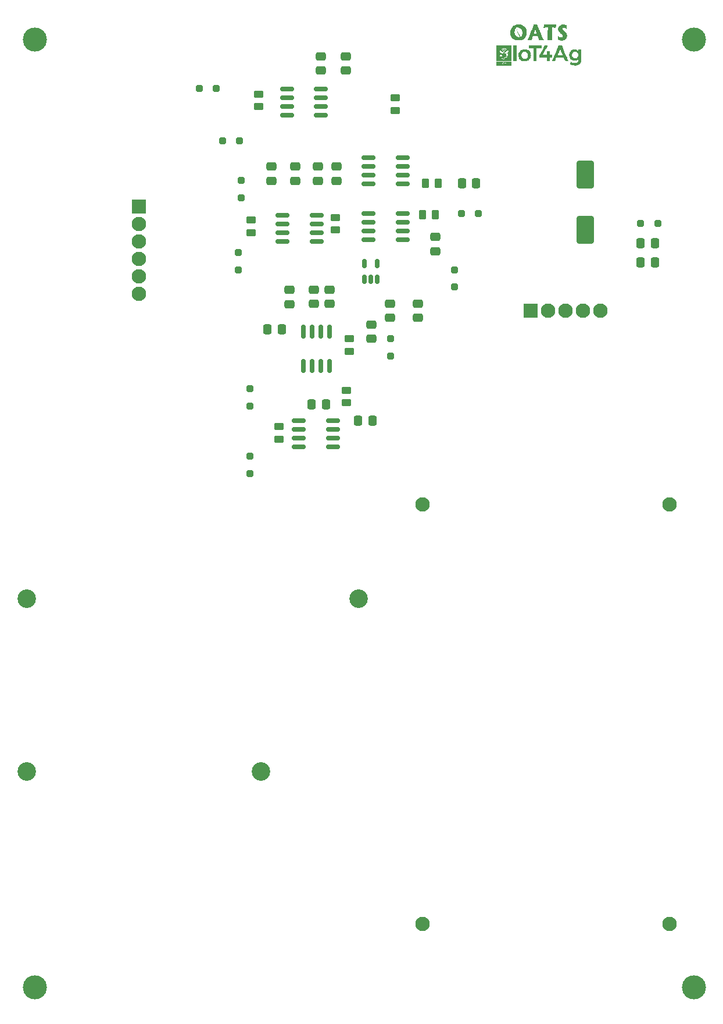
<source format=gbr>
%TF.GenerationSoftware,KiCad,Pcbnew,7.0.1*%
%TF.CreationDate,2023-04-25T16:28:10-04:00*%
%TF.ProjectId,UPenn_OpAmp,5550656e-6e5f-44f7-9041-6d702e6b6963,rev?*%
%TF.SameCoordinates,Original*%
%TF.FileFunction,Soldermask,Top*%
%TF.FilePolarity,Negative*%
%FSLAX46Y46*%
G04 Gerber Fmt 4.6, Leading zero omitted, Abs format (unit mm)*
G04 Created by KiCad (PCBNEW 7.0.1) date 2023-04-25 16:28:10*
%MOMM*%
%LPD*%
G01*
G04 APERTURE LIST*
G04 Aperture macros list*
%AMRoundRect*
0 Rectangle with rounded corners*
0 $1 Rounding radius*
0 $2 $3 $4 $5 $6 $7 $8 $9 X,Y pos of 4 corners*
0 Add a 4 corners polygon primitive as box body*
4,1,4,$2,$3,$4,$5,$6,$7,$8,$9,$2,$3,0*
0 Add four circle primitives for the rounded corners*
1,1,$1+$1,$2,$3*
1,1,$1+$1,$4,$5*
1,1,$1+$1,$6,$7*
1,1,$1+$1,$8,$9*
0 Add four rect primitives between the rounded corners*
20,1,$1+$1,$2,$3,$4,$5,0*
20,1,$1+$1,$4,$5,$6,$7,0*
20,1,$1+$1,$6,$7,$8,$9,0*
20,1,$1+$1,$8,$9,$2,$3,0*%
G04 Aperture macros list end*
%ADD10C,3.500000*%
%ADD11RoundRect,0.250000X-0.475000X0.337500X-0.475000X-0.337500X0.475000X-0.337500X0.475000X0.337500X0*%
%ADD12RoundRect,0.250000X-0.450000X0.262500X-0.450000X-0.262500X0.450000X-0.262500X0.450000X0.262500X0*%
%ADD13RoundRect,0.250000X0.475000X-0.337500X0.475000X0.337500X-0.475000X0.337500X-0.475000X-0.337500X0*%
%ADD14RoundRect,0.250000X-0.250000X0.250000X-0.250000X-0.250000X0.250000X-0.250000X0.250000X0.250000X0*%
%ADD15C,2.700000*%
%ADD16RoundRect,0.250000X-0.250000X-0.250000X0.250000X-0.250000X0.250000X0.250000X-0.250000X0.250000X0*%
%ADD17RoundRect,0.250000X-0.337500X-0.475000X0.337500X-0.475000X0.337500X0.475000X-0.337500X0.475000X0*%
%ADD18RoundRect,0.250000X0.250000X0.250000X-0.250000X0.250000X-0.250000X-0.250000X0.250000X-0.250000X0*%
%ADD19C,2.100000*%
%ADD20R,2.100000X2.100000*%
%ADD21RoundRect,0.150000X-0.825000X-0.150000X0.825000X-0.150000X0.825000X0.150000X-0.825000X0.150000X0*%
%ADD22RoundRect,0.250000X-0.262500X-0.450000X0.262500X-0.450000X0.262500X0.450000X-0.262500X0.450000X0*%
%ADD23RoundRect,0.250000X0.450000X-0.262500X0.450000X0.262500X-0.450000X0.262500X-0.450000X-0.262500X0*%
%ADD24RoundRect,0.150000X0.825000X0.150000X-0.825000X0.150000X-0.825000X-0.150000X0.825000X-0.150000X0*%
%ADD25RoundRect,0.250000X1.000000X-1.750000X1.000000X1.750000X-1.000000X1.750000X-1.000000X-1.750000X0*%
%ADD26RoundRect,0.250000X0.250000X-0.250000X0.250000X0.250000X-0.250000X0.250000X-0.250000X-0.250000X0*%
%ADD27RoundRect,0.150000X0.150000X-0.825000X0.150000X0.825000X-0.150000X0.825000X-0.150000X-0.825000X0*%
%ADD28RoundRect,0.150000X0.150000X-0.512500X0.150000X0.512500X-0.150000X0.512500X-0.150000X-0.512500X0*%
%ADD29RoundRect,0.250000X0.337500X0.475000X-0.337500X0.475000X-0.337500X-0.475000X0.337500X-0.475000X0*%
G04 APERTURE END LIST*
%TO.C,G2*%
G36*
X127987338Y-33837346D02*
G01*
X127987338Y-34967973D01*
X127759791Y-34967973D01*
X127532243Y-34967973D01*
X127532243Y-33837346D01*
X127532243Y-32706719D01*
X127759791Y-32706719D01*
X127987338Y-32706719D01*
X127987338Y-33837346D01*
G37*
G36*
X131642321Y-32905823D02*
G01*
X131642321Y-33104927D01*
X131293889Y-33104927D01*
X130945457Y-33104927D01*
X130945457Y-34036450D01*
X130945457Y-34967973D01*
X130717909Y-34967973D01*
X130490362Y-34967973D01*
X130490362Y-34036450D01*
X130490362Y-33104927D01*
X130141929Y-33104927D01*
X129793497Y-33104927D01*
X129793497Y-32905823D01*
X129793497Y-32706719D01*
X130717909Y-32706719D01*
X131642321Y-32706719D01*
X131642321Y-32905823D01*
G37*
G36*
X132396304Y-32707098D02*
G01*
X132460003Y-32707789D01*
X132507630Y-32708867D01*
X132534309Y-32710238D01*
X132538290Y-32711064D01*
X132531797Y-32724070D01*
X132513140Y-32759838D01*
X132483553Y-32816039D01*
X132444270Y-32890345D01*
X132396523Y-32980427D01*
X132341547Y-33083956D01*
X132280575Y-33198603D01*
X132214841Y-33322040D01*
X132184222Y-33379485D01*
X131830153Y-34043561D01*
X132134446Y-34043561D01*
X132438738Y-34043561D01*
X132438738Y-33787570D01*
X132438738Y-33531579D01*
X132644953Y-33531579D01*
X132851168Y-33531579D01*
X132851168Y-33787570D01*
X132851168Y-34043561D01*
X133007607Y-34043561D01*
X133164046Y-34043561D01*
X133164046Y-34235554D01*
X133164046Y-34427547D01*
X133007607Y-34427547D01*
X132851168Y-34427547D01*
X132851168Y-34697760D01*
X132851168Y-34967973D01*
X132644953Y-34967973D01*
X132438738Y-34967973D01*
X132438738Y-34697760D01*
X132438738Y-34427547D01*
X131898312Y-34427547D01*
X131357887Y-34427547D01*
X131357887Y-34261580D01*
X131357887Y-34095612D01*
X131731207Y-33401335D01*
X132104527Y-32707058D01*
X132321409Y-32706888D01*
X132396304Y-32707098D01*
G37*
G36*
X128277251Y-34116846D02*
G01*
X128715447Y-34116846D01*
X128727901Y-34228907D01*
X128762114Y-34335938D01*
X128818169Y-34433174D01*
X128868278Y-34490757D01*
X128947379Y-34549233D01*
X129042599Y-34589434D01*
X129147298Y-34610143D01*
X129254835Y-34610146D01*
X129358572Y-34588229D01*
X129373010Y-34583119D01*
X129461758Y-34535399D01*
X129539130Y-34465360D01*
X129601393Y-34378081D01*
X129644812Y-34278640D01*
X129664268Y-34186963D01*
X129666813Y-34059247D01*
X129646599Y-33942223D01*
X129605501Y-33838288D01*
X129545388Y-33749839D01*
X129468135Y-33679273D01*
X129375611Y-33628987D01*
X129269690Y-33601379D01*
X129203296Y-33596703D01*
X129090994Y-33606308D01*
X128993694Y-33637707D01*
X128906013Y-33692856D01*
X128881595Y-33713590D01*
X128807827Y-33798127D01*
X128755491Y-33896691D01*
X128724671Y-34004519D01*
X128715447Y-34116846D01*
X128277251Y-34116846D01*
X128278647Y-34001198D01*
X128305575Y-33849466D01*
X128355812Y-33710712D01*
X128427709Y-33586397D01*
X128519616Y-33477986D01*
X128629885Y-33386940D01*
X128756866Y-33314721D01*
X128898909Y-33262792D01*
X129054367Y-33232616D01*
X129221588Y-33225654D01*
X129326869Y-33233227D01*
X129485573Y-33262313D01*
X129627183Y-33312239D01*
X129755219Y-33384251D01*
X129755948Y-33384748D01*
X129864070Y-33475279D01*
X129953154Y-33584166D01*
X130022449Y-33707981D01*
X130071206Y-33843295D01*
X130098674Y-33986680D01*
X130104104Y-34134708D01*
X130086746Y-34283951D01*
X130045850Y-34430981D01*
X130005457Y-34525431D01*
X129928669Y-34649743D01*
X129830228Y-34757670D01*
X129713212Y-34846881D01*
X129580696Y-34915044D01*
X129435760Y-34959827D01*
X129430843Y-34960871D01*
X129346384Y-34973039D01*
X129245209Y-34979213D01*
X129138114Y-34979413D01*
X129035899Y-34973655D01*
X128949358Y-34961956D01*
X128940194Y-34960079D01*
X128883225Y-34943980D01*
X128814056Y-34918863D01*
X128745389Y-34889453D01*
X128728536Y-34881366D01*
X128600862Y-34803153D01*
X128492738Y-34704957D01*
X128405152Y-34588344D01*
X128339093Y-34454883D01*
X128295549Y-34306142D01*
X128276677Y-34164445D01*
X128277251Y-34116846D01*
G37*
G36*
X133542684Y-34077443D02*
G01*
X133614473Y-33914448D01*
X133661028Y-33808902D01*
X134144332Y-32713829D01*
X134377425Y-32709939D01*
X134610518Y-32706051D01*
X135096129Y-33828972D01*
X135169138Y-33997890D01*
X135238819Y-34159284D01*
X135304355Y-34311254D01*
X135364929Y-34451896D01*
X135419725Y-34579311D01*
X135467926Y-34691595D01*
X135508716Y-34786849D01*
X135541279Y-34863169D01*
X135564797Y-34918656D01*
X135578456Y-34951406D01*
X135581739Y-34959933D01*
X135568293Y-34962579D01*
X135531057Y-34964834D01*
X135474682Y-34966546D01*
X135403821Y-34967561D01*
X135343525Y-34967773D01*
X135105311Y-34967574D01*
X135006365Y-34726004D01*
X134907419Y-34484434D01*
X134364433Y-34484434D01*
X133821447Y-34484434D01*
X133732835Y-34694205D01*
X133701703Y-34768095D01*
X133673757Y-34834780D01*
X133651213Y-34888945D01*
X133636287Y-34925273D01*
X133632034Y-34935974D01*
X133626515Y-34947892D01*
X133617604Y-34956411D01*
X133600992Y-34962099D01*
X133572369Y-34965529D01*
X133527424Y-34967270D01*
X133461848Y-34967894D01*
X133390404Y-34967973D01*
X133160962Y-34967973D01*
X133169344Y-34935974D01*
X133176257Y-34918329D01*
X133193819Y-34876646D01*
X133221172Y-34812896D01*
X133257453Y-34729052D01*
X133301803Y-34627086D01*
X133353361Y-34508970D01*
X133411268Y-34376676D01*
X133474662Y-34232176D01*
X133532571Y-34100448D01*
X133988524Y-34100448D01*
X134367112Y-34100448D01*
X134480678Y-34100345D01*
X134568877Y-34099899D01*
X134634782Y-34098904D01*
X134681470Y-34097151D01*
X134712015Y-34094434D01*
X134729494Y-34090545D01*
X134736980Y-34085278D01*
X134737549Y-34078425D01*
X134736664Y-34075559D01*
X134723716Y-34041788D01*
X134702584Y-33988879D01*
X134674819Y-33920545D01*
X134641970Y-33840498D01*
X134605590Y-33752451D01*
X134567229Y-33660116D01*
X134528438Y-33567206D01*
X134490768Y-33477433D01*
X134455770Y-33394509D01*
X134424995Y-33322148D01*
X134399993Y-33264061D01*
X134382316Y-33223962D01*
X134373515Y-33205562D01*
X134372893Y-33204787D01*
X134366052Y-33217324D01*
X134349594Y-33252924D01*
X134324885Y-33308408D01*
X134293292Y-33380602D01*
X134256181Y-33466329D01*
X134214916Y-33562413D01*
X134170865Y-33665679D01*
X134125394Y-33772949D01*
X134079868Y-33881048D01*
X134035653Y-33986800D01*
X134010606Y-34047116D01*
X133988524Y-34100448D01*
X133532571Y-34100448D01*
X133542684Y-34077443D01*
G37*
G36*
X125714228Y-35039342D02*
G01*
X125828115Y-35040085D01*
X125929611Y-35041252D01*
X126015690Y-35042788D01*
X126083325Y-35044633D01*
X126129487Y-35046731D01*
X126151150Y-35049023D01*
X126152420Y-35049748D01*
X126144319Y-35067721D01*
X126127056Y-35092962D01*
X126102008Y-35125511D01*
X125998491Y-35100667D01*
X125944238Y-35088478D01*
X125911011Y-35083847D01*
X125892488Y-35086524D01*
X125882451Y-35096085D01*
X125879349Y-35122824D01*
X125896891Y-35145070D01*
X125923374Y-35152934D01*
X125951785Y-35156668D01*
X125992225Y-35165776D01*
X126000520Y-35168009D01*
X126054520Y-35183005D01*
X125982743Y-35265858D01*
X125948344Y-35308204D01*
X125922941Y-35344507D01*
X125911251Y-35367909D01*
X125910966Y-35370146D01*
X125920750Y-35394637D01*
X125945420Y-35400690D01*
X125977954Y-35388009D01*
X125995835Y-35373734D01*
X126022368Y-35350120D01*
X126039542Y-35338117D01*
X126041044Y-35337738D01*
X126049442Y-35349956D01*
X126061288Y-35380558D01*
X126065546Y-35394027D01*
X126083698Y-35440768D01*
X126103098Y-35460805D01*
X126125696Y-35455868D01*
X126130838Y-35451980D01*
X126140379Y-35438669D01*
X126140730Y-35417103D01*
X126131258Y-35380161D01*
X126121907Y-35351525D01*
X126106756Y-35305074D01*
X126100722Y-35276406D01*
X126103781Y-35256373D01*
X126115907Y-35235825D01*
X126121560Y-35227840D01*
X126151358Y-35190762D01*
X126180076Y-35160926D01*
X126196849Y-35147200D01*
X126211197Y-35144160D01*
X126229550Y-35154439D01*
X126258340Y-35180670D01*
X126279869Y-35201782D01*
X126349251Y-35270121D01*
X126314991Y-35361141D01*
X126293035Y-35422980D01*
X126282887Y-35462868D01*
X126284448Y-35484686D01*
X126297616Y-35492314D01*
X126311616Y-35491610D01*
X126332337Y-35481715D01*
X126350329Y-35455179D01*
X126369307Y-35406428D01*
X126370195Y-35403771D01*
X126397888Y-35320477D01*
X126502783Y-35424672D01*
X126550009Y-35471024D01*
X126581773Y-35499782D01*
X126602509Y-35513674D01*
X126616653Y-35515432D01*
X126628641Y-35507785D01*
X126632211Y-35504335D01*
X126642061Y-35492086D01*
X126643192Y-35478947D01*
X126632867Y-35460435D01*
X126608348Y-35432071D01*
X126566898Y-35389374D01*
X126554068Y-35376437D01*
X126511265Y-35332595D01*
X126477205Y-35296280D01*
X126456136Y-35272106D01*
X126451392Y-35264873D01*
X126463462Y-35255705D01*
X126495229Y-35239276D01*
X126540031Y-35219009D01*
X126543833Y-35217386D01*
X126599215Y-35189813D01*
X126630218Y-35165092D01*
X126635724Y-35144544D01*
X126617484Y-35130530D01*
X126596121Y-35132537D01*
X126557089Y-35144493D01*
X126508304Y-35163913D01*
X126501434Y-35166957D01*
X126453617Y-35187448D01*
X126416387Y-35201605D01*
X126396772Y-35206794D01*
X126395733Y-35206613D01*
X126382651Y-35195027D01*
X126355543Y-35167883D01*
X126319695Y-35130504D01*
X126310616Y-35120856D01*
X126233940Y-35039081D01*
X126762207Y-35039081D01*
X127290474Y-35039081D01*
X127290474Y-35323516D01*
X127290474Y-35607950D01*
X126159847Y-35607950D01*
X125029220Y-35607950D01*
X125029220Y-35323516D01*
X125029220Y-35039081D01*
X125590978Y-35039081D01*
X125714228Y-35039342D01*
G37*
G36*
X135690290Y-34096051D02*
G01*
X136091003Y-34096051D01*
X136109941Y-34207875D01*
X136150059Y-34306821D01*
X136208868Y-34390727D01*
X136283882Y-34457430D01*
X136372610Y-34504767D01*
X136472567Y-34530574D01*
X136581263Y-34532689D01*
X136696210Y-34508949D01*
X136707397Y-34505260D01*
X136795004Y-34460562D01*
X136870020Y-34390972D01*
X136931184Y-34297687D01*
X136935761Y-34288587D01*
X136957549Y-34242157D01*
X136971288Y-34204003D01*
X136978815Y-34164805D01*
X136981966Y-34115245D01*
X136982579Y-34050971D01*
X136981608Y-33980721D01*
X136977684Y-33929863D01*
X136969296Y-33889380D01*
X136954929Y-33850257D01*
X136945321Y-33829005D01*
X136885167Y-33730954D01*
X136807933Y-33655369D01*
X136715176Y-33603237D01*
X136608451Y-33575551D01*
X136539775Y-33571083D01*
X136427039Y-33584015D01*
X136326774Y-33621450D01*
X136241232Y-33681347D01*
X136172668Y-33761663D01*
X136123332Y-33860357D01*
X136095732Y-33973512D01*
X136091003Y-34096051D01*
X135690290Y-34096051D01*
X135690145Y-34088824D01*
X135689922Y-34050671D01*
X135690111Y-33968092D01*
X135691958Y-33906576D01*
X135696368Y-33858755D01*
X135704246Y-33817260D01*
X135716495Y-33774722D01*
X135727906Y-33741085D01*
X135790223Y-33599132D01*
X135869800Y-33479754D01*
X135966551Y-33383021D01*
X136080389Y-33309006D01*
X136211227Y-33257782D01*
X136345315Y-33230994D01*
X136490410Y-33225502D01*
X136627462Y-33244695D01*
X136753528Y-33287718D01*
X136865663Y-33353716D01*
X136918202Y-33397494D01*
X136989690Y-33464362D01*
X136989690Y-33348642D01*
X136989690Y-33232922D01*
X137203016Y-33232922D01*
X137416342Y-33232922D01*
X137416342Y-34087728D01*
X137416304Y-34274759D01*
X137416065Y-34435718D01*
X137415437Y-34572977D01*
X137414232Y-34688907D01*
X137412261Y-34785879D01*
X137409336Y-34866265D01*
X137405270Y-34932436D01*
X137399873Y-34986764D01*
X137392958Y-35031621D01*
X137384337Y-35069378D01*
X137373821Y-35102406D01*
X137361223Y-35133077D01*
X137346354Y-35163762D01*
X137329025Y-35196833D01*
X137328216Y-35198356D01*
X137256073Y-35304626D01*
X137161696Y-35396876D01*
X137048231Y-35473936D01*
X136918821Y-35534631D01*
X136776610Y-35577791D01*
X136624743Y-35602244D01*
X136466362Y-35606816D01*
X136304613Y-35590337D01*
X136285714Y-35586998D01*
X136183230Y-35563271D01*
X136078276Y-35530519D01*
X135978159Y-35491641D01*
X135890188Y-35449534D01*
X135821671Y-35407098D01*
X135810642Y-35398582D01*
X135776529Y-35370959D01*
X135859493Y-35222797D01*
X135892010Y-35164846D01*
X135919189Y-35116629D01*
X135938184Y-35083183D01*
X135946147Y-35069544D01*
X135959115Y-35073761D01*
X135989653Y-35089683D01*
X136031234Y-35113900D01*
X136032581Y-35114717D01*
X136156917Y-35177970D01*
X136285162Y-35220606D01*
X136413546Y-35242680D01*
X136538299Y-35244249D01*
X136655651Y-35225366D01*
X136761832Y-35186088D01*
X136853070Y-35126469D01*
X136879256Y-35102341D01*
X136932782Y-35033056D01*
X136968076Y-34949394D01*
X136986355Y-34847674D01*
X136989690Y-34768709D01*
X136989690Y-34641622D01*
X136926861Y-34704450D01*
X136832108Y-34779838D01*
X136722153Y-34834658D01*
X136601338Y-34869006D01*
X136474003Y-34882980D01*
X136344490Y-34876677D01*
X136217141Y-34850195D01*
X136096297Y-34803632D01*
X135986299Y-34737084D01*
X135921374Y-34681895D01*
X135841633Y-34591479D01*
X135779757Y-34490709D01*
X135730705Y-34371285D01*
X135728127Y-34363549D01*
X135712566Y-34313166D01*
X135701921Y-34268157D01*
X135695259Y-34220867D01*
X135691646Y-34163641D01*
X135690290Y-34096051D01*
G37*
G36*
X125029220Y-33250725D02*
G01*
X125752933Y-33250725D01*
X125784653Y-33284489D01*
X125807940Y-33307638D01*
X125821593Y-33318189D01*
X125821997Y-33318253D01*
X125835907Y-33310892D01*
X125865300Y-33292072D01*
X125887071Y-33277355D01*
X125984515Y-33226161D01*
X126092211Y-33196803D01*
X126204156Y-33189222D01*
X126314342Y-33203361D01*
X126416765Y-33239161D01*
X126488818Y-33283162D01*
X126538785Y-33321273D01*
X126573308Y-33288840D01*
X126596958Y-33263330D01*
X126607763Y-33245178D01*
X126607831Y-33244355D01*
X126595731Y-33227393D01*
X126563589Y-33203039D01*
X126517638Y-33174785D01*
X126464113Y-33146126D01*
X126409249Y-33120555D01*
X126359281Y-33101567D01*
X126346002Y-33097629D01*
X126233115Y-33078998D01*
X126116558Y-33081113D01*
X126003201Y-33102664D01*
X125899910Y-33142341D01*
X125813556Y-33198835D01*
X125813044Y-33199272D01*
X125752933Y-33250725D01*
X125029220Y-33250725D01*
X125029220Y-32706719D01*
X126152736Y-32706719D01*
X127276252Y-32706719D01*
X127276252Y-33837346D01*
X127276252Y-34967973D01*
X126757159Y-34967973D01*
X126238066Y-34967973D01*
X126238066Y-34754953D01*
X126238066Y-34541934D01*
X126451392Y-34439900D01*
X126664718Y-34337866D01*
X126664718Y-34247600D01*
X126664718Y-34157334D01*
X126714494Y-34157334D01*
X126764270Y-34157334D01*
X126764270Y-34022228D01*
X126764270Y-33887122D01*
X126629164Y-33887122D01*
X126494057Y-33887122D01*
X126494057Y-34022228D01*
X126494057Y-34157334D01*
X126536722Y-34157334D01*
X126562974Y-34159195D01*
X126575397Y-34169926D01*
X126579150Y-34197255D01*
X126579387Y-34221223D01*
X126579387Y-34285111D01*
X126408727Y-34370660D01*
X126238066Y-34456210D01*
X126238066Y-34202588D01*
X126238215Y-34111771D01*
X126238990Y-34045041D01*
X126240885Y-33998041D01*
X126244392Y-33966414D01*
X126250003Y-33945806D01*
X126258213Y-33931858D01*
X126269512Y-33920214D01*
X126270065Y-33919708D01*
X126314544Y-33886449D01*
X126371033Y-33859147D01*
X126446173Y-33834902D01*
X126489901Y-33823719D01*
X126596453Y-33789229D01*
X126680523Y-33740778D01*
X126746109Y-33674793D01*
X126797207Y-33587701D01*
X126821312Y-33527445D01*
X126841445Y-33464838D01*
X126849046Y-33423864D01*
X126843768Y-33400454D01*
X126825263Y-33390538D01*
X126809516Y-33389361D01*
X126761725Y-33395222D01*
X126698900Y-33410744D01*
X126631434Y-33432837D01*
X126569720Y-33458410D01*
X126558090Y-33464124D01*
X126486563Y-33512559D01*
X126413922Y-33583630D01*
X126344747Y-33672102D01*
X126283615Y-33772744D01*
X126277133Y-33785201D01*
X126248855Y-33843079D01*
X126226401Y-33893894D01*
X126212607Y-33930934D01*
X126209623Y-33944868D01*
X126200693Y-33967451D01*
X126188736Y-33972452D01*
X126174286Y-33962790D01*
X126175541Y-33952409D01*
X126173603Y-33927762D01*
X126159241Y-33885265D01*
X126135403Y-33831006D01*
X126105034Y-33771067D01*
X126071079Y-33711534D01*
X126036486Y-33658493D01*
X126026875Y-33645352D01*
X125964503Y-33576466D01*
X126081627Y-33576466D01*
X126093229Y-33609229D01*
X126121448Y-33642675D01*
X126156404Y-33667144D01*
X126181179Y-33673796D01*
X126211323Y-33664135D01*
X126243971Y-33640700D01*
X126245823Y-33638888D01*
X126275115Y-33596783D01*
X126276398Y-33555184D01*
X126254504Y-33516562D01*
X126217742Y-33490265D01*
X126174027Y-33485058D01*
X126131447Y-33498136D01*
X126098092Y-33526698D01*
X126082051Y-33567941D01*
X126081627Y-33576466D01*
X125964503Y-33576466D01*
X125953517Y-33564333D01*
X125866670Y-33494674D01*
X125772539Y-33439933D01*
X125677328Y-33403670D01*
X125587241Y-33389441D01*
X125580551Y-33389361D01*
X125553930Y-33390798D01*
X125543047Y-33400320D01*
X125543572Y-33425742D01*
X125547197Y-33449591D01*
X125565763Y-33521598D01*
X125596633Y-33596256D01*
X125634883Y-33663625D01*
X125675589Y-33713763D01*
X125680079Y-33717864D01*
X125719061Y-33748803D01*
X125760651Y-33773448D01*
X125811752Y-33794852D01*
X125879268Y-33816068D01*
X125938031Y-33831933D01*
X126020150Y-33857627D01*
X126079302Y-33885694D01*
X126099469Y-33900435D01*
X126141401Y-33937902D01*
X126139272Y-34285333D01*
X126138435Y-34381784D01*
X126137214Y-34468461D01*
X126135702Y-34541418D01*
X126133994Y-34596708D01*
X126132183Y-34630386D01*
X126130847Y-34639058D01*
X126116326Y-34635826D01*
X126081174Y-34622476D01*
X126030462Y-34601073D01*
X125969262Y-34573684D01*
X125960873Y-34569824D01*
X125797193Y-34494296D01*
X125797193Y-34405457D01*
X125798529Y-34354669D01*
X125805144Y-34321413D01*
X125820943Y-34294811D01*
X125846969Y-34266842D01*
X125885907Y-34213547D01*
X125896888Y-34157765D01*
X125880390Y-34096417D01*
X125875171Y-34085760D01*
X125840622Y-34043817D01*
X125791611Y-34012950D01*
X125740432Y-34000896D01*
X125740306Y-34000895D01*
X125685915Y-34013860D01*
X125636869Y-34047865D01*
X125600500Y-34095575D01*
X125584142Y-34149659D01*
X125583867Y-34157334D01*
X125595930Y-34208693D01*
X125627011Y-34257807D01*
X125669438Y-34292565D01*
X125690263Y-34304482D01*
X125702837Y-34318256D01*
X125709240Y-34340707D01*
X125711555Y-34378655D01*
X125711862Y-34431582D01*
X125711862Y-34548660D01*
X125925188Y-34646100D01*
X126138514Y-34743541D01*
X126138514Y-34855757D01*
X126138514Y-34967973D01*
X125583867Y-34967973D01*
X125029220Y-34967973D01*
X125029220Y-33837346D01*
X125029220Y-33365817D01*
X125939410Y-33365817D01*
X125948347Y-33385681D01*
X125969552Y-33412502D01*
X125999695Y-33444587D01*
X126041852Y-33413419D01*
X126072913Y-33395369D01*
X126110377Y-33385741D01*
X126163929Y-33382370D01*
X126181179Y-33382250D01*
X126240864Y-33384465D01*
X126281814Y-33392490D01*
X126313489Y-33408398D01*
X126319257Y-33412495D01*
X126360166Y-33442741D01*
X126399491Y-33408914D01*
X126422985Y-33383296D01*
X126430782Y-33363239D01*
X126429876Y-33360621D01*
X126413094Y-33346635D01*
X126379051Y-33325569D01*
X126347278Y-33308336D01*
X126253668Y-33275326D01*
X126156782Y-33268863D01*
X126062030Y-33288911D01*
X126014074Y-33310520D01*
X125974319Y-33334446D01*
X125947236Y-33355063D01*
X125939410Y-33365817D01*
X125029220Y-33365817D01*
X125029220Y-33250725D01*
G37*
%TO.C,G1*%
G36*
X133801212Y-29684967D02*
G01*
X133796129Y-29708024D01*
X133785753Y-29750334D01*
X133771500Y-29806523D01*
X133754781Y-29871214D01*
X133737011Y-29939032D01*
X133719603Y-30004600D01*
X133703971Y-30062543D01*
X133691529Y-30107485D01*
X133683689Y-30134050D01*
X133681859Y-30138872D01*
X133668491Y-30137000D01*
X133637299Y-30128946D01*
X133616082Y-30122772D01*
X133570150Y-30111446D01*
X133506023Y-30098841D01*
X133431890Y-30086222D01*
X133355936Y-30074854D01*
X133286350Y-30066004D01*
X133231318Y-30060936D01*
X133211411Y-30060217D01*
X133162929Y-30060217D01*
X133167695Y-30862141D01*
X133168720Y-31030948D01*
X133169692Y-31174561D01*
X133170705Y-31295318D01*
X133171852Y-31395558D01*
X133173226Y-31477621D01*
X133174923Y-31543845D01*
X133177035Y-31596569D01*
X133179657Y-31638132D01*
X133182881Y-31670872D01*
X133186802Y-31697130D01*
X133191514Y-31719243D01*
X133197110Y-31739551D01*
X133203684Y-31760393D01*
X133203697Y-31760433D01*
X133220266Y-31812551D01*
X133234128Y-31857942D01*
X133242380Y-31887086D01*
X133242551Y-31887777D01*
X133250170Y-31918753D01*
X132894067Y-31916878D01*
X132796163Y-31916139D01*
X132706048Y-31915035D01*
X132627791Y-31913649D01*
X132565466Y-31912066D01*
X132523142Y-31910369D01*
X132505935Y-31908899D01*
X132483042Y-31898800D01*
X132483281Y-31879799D01*
X132492177Y-31855340D01*
X132506273Y-31813875D01*
X132521561Y-31767317D01*
X132527630Y-31747611D01*
X132532806Y-31727470D01*
X132537176Y-31704586D01*
X132540827Y-31676647D01*
X132543844Y-31641343D01*
X132546314Y-31596366D01*
X132548323Y-31539405D01*
X132549959Y-31468150D01*
X132551307Y-31380291D01*
X132552454Y-31273518D01*
X132553486Y-31145522D01*
X132554489Y-30993993D01*
X132555256Y-30866869D01*
X132560045Y-30055906D01*
X132376917Y-30065021D01*
X132296926Y-30070341D01*
X132215840Y-30078015D01*
X132143316Y-30087003D01*
X132090538Y-30095935D01*
X132032526Y-30108162D01*
X131978162Y-30119588D01*
X131938858Y-30127814D01*
X131937743Y-30128046D01*
X131888201Y-30138359D01*
X131947553Y-29951293D01*
X131970735Y-29878590D01*
X131992645Y-29810531D01*
X132011120Y-29753790D01*
X132023998Y-29715037D01*
X132026013Y-29709160D01*
X132045122Y-29654092D01*
X132926373Y-29650550D01*
X133807625Y-29647007D01*
X133801212Y-29684967D01*
G37*
G36*
X134899150Y-29639035D02*
G01*
X135066275Y-29663132D01*
X135119125Y-29675016D01*
X135178765Y-29689287D01*
X135223493Y-29701746D01*
X135255446Y-29716329D01*
X135276757Y-29736972D01*
X135289563Y-29767610D01*
X135295999Y-29812179D01*
X135298200Y-29874615D01*
X135298303Y-29958853D01*
X135298234Y-30005104D01*
X135298234Y-30265996D01*
X135190109Y-30192371D01*
X135116741Y-30145098D01*
X135056514Y-30113799D01*
X135002139Y-30095994D01*
X134946324Y-30089200D01*
X134890334Y-30090354D01*
X134838650Y-30095330D01*
X134804194Y-30104725D01*
X134776667Y-30122414D01*
X134757468Y-30140339D01*
X134729385Y-30172865D01*
X134716707Y-30204428D01*
X134714073Y-30248765D01*
X134714107Y-30251466D01*
X134716889Y-30289168D01*
X134725741Y-30323739D01*
X134743181Y-30358466D01*
X134771724Y-30396640D01*
X134813887Y-30441547D01*
X134872186Y-30496477D01*
X134949138Y-30564718D01*
X134963131Y-30576901D01*
X135074239Y-30677055D01*
X135163737Y-30766584D01*
X135233737Y-30848831D01*
X135286356Y-30927142D01*
X135323707Y-31004861D01*
X135347906Y-31085334D01*
X135361068Y-31171903D01*
X135363797Y-31210547D01*
X135361330Y-31349732D01*
X135338005Y-31473100D01*
X135292497Y-31584237D01*
X135223480Y-31686733D01*
X135163838Y-31751951D01*
X135081894Y-31824229D01*
X134997963Y-31879095D01*
X134907067Y-31918283D01*
X134804229Y-31943532D01*
X134684473Y-31956575D01*
X134569136Y-31959377D01*
X134479780Y-31957951D01*
X134408714Y-31953751D01*
X134346751Y-31945786D01*
X134284705Y-31933062D01*
X134253516Y-31925316D01*
X134191068Y-31909551D01*
X134143599Y-31896217D01*
X134109068Y-31881520D01*
X134085433Y-31861669D01*
X134070650Y-31832871D01*
X134062678Y-31791331D01*
X134059474Y-31733259D01*
X134058997Y-31654860D01*
X134059210Y-31564455D01*
X134059210Y-31279626D01*
X134124603Y-31343380D01*
X134209666Y-31410724D01*
X134310371Y-31465550D01*
X134415738Y-31502261D01*
X134450937Y-31509668D01*
X134539164Y-31514605D01*
X134613028Y-31497765D01*
X134670691Y-31460392D01*
X134710311Y-31403725D01*
X134730052Y-31329007D01*
X134730849Y-31320747D01*
X134731440Y-31266392D01*
X134722026Y-31216857D01*
X134700245Y-31168581D01*
X134663735Y-31118004D01*
X134610134Y-31061566D01*
X134537080Y-30995707D01*
X134487469Y-30953944D01*
X134381437Y-30859883D01*
X134286498Y-30763261D01*
X134206551Y-30668489D01*
X134145492Y-30579979D01*
X134125784Y-30544489D01*
X134103134Y-30496256D01*
X134088926Y-30453703D01*
X134080732Y-30406446D01*
X134076127Y-30344103D01*
X134075429Y-30329053D01*
X134078734Y-30200134D01*
X134101964Y-30086972D01*
X134146927Y-29984591D01*
X134215431Y-29888013D01*
X134249236Y-29850513D01*
X134349575Y-29764941D01*
X134466200Y-29700711D01*
X134597648Y-29658120D01*
X134742453Y-29637463D01*
X134899150Y-29639035D01*
G37*
G36*
X130011974Y-30930738D02*
G01*
X130534874Y-30930738D01*
X130547849Y-30934405D01*
X130583610Y-30937519D01*
X130637411Y-30939838D01*
X130704507Y-30941122D01*
X130742472Y-30941301D01*
X130950070Y-30941301D01*
X130940666Y-30896558D01*
X130932744Y-30869216D01*
X130916666Y-30821414D01*
X130894270Y-30758344D01*
X130867393Y-30685204D01*
X130843888Y-30622902D01*
X130814786Y-30545912D01*
X130788629Y-30475322D01*
X130767253Y-30416191D01*
X130752489Y-30373576D01*
X130746633Y-30354620D01*
X130742305Y-30345417D01*
X130735791Y-30347935D01*
X130726064Y-30364610D01*
X130712099Y-30397879D01*
X130692870Y-30450178D01*
X130667350Y-30523942D01*
X130635813Y-30617714D01*
X130607103Y-30704180D01*
X130581569Y-30781921D01*
X130560436Y-30847136D01*
X130544928Y-30896028D01*
X130536272Y-30924795D01*
X130534874Y-30930738D01*
X130011974Y-30930738D01*
X130044195Y-30853261D01*
X130084728Y-30755447D01*
X130160234Y-30572985D01*
X130225888Y-30414125D01*
X130282421Y-30277046D01*
X130330565Y-30159932D01*
X130371048Y-30060964D01*
X130404603Y-29978322D01*
X130431958Y-29910189D01*
X130453844Y-29854747D01*
X130470993Y-29810175D01*
X130484133Y-29774658D01*
X130493996Y-29746374D01*
X130501312Y-29723507D01*
X130506546Y-29705224D01*
X130522334Y-29646592D01*
X130771270Y-29650342D01*
X131020206Y-29654092D01*
X131085491Y-29826179D01*
X131106456Y-29880106D01*
X131136272Y-29954885D01*
X131173733Y-30047610D01*
X131217629Y-30155375D01*
X131266751Y-30275273D01*
X131319893Y-30404398D01*
X131375844Y-30539843D01*
X131433398Y-30678701D01*
X131491345Y-30818067D01*
X131548477Y-30955034D01*
X131603586Y-31086695D01*
X131655464Y-31210143D01*
X131702901Y-31322473D01*
X131744690Y-31420778D01*
X131779623Y-31502152D01*
X131806490Y-31563687D01*
X131823365Y-31600958D01*
X131856378Y-31667896D01*
X131892830Y-31736913D01*
X131926738Y-31796838D01*
X131939311Y-31817450D01*
X131965751Y-31860214D01*
X131985204Y-31893394D01*
X131993997Y-31910687D01*
X131994169Y-31911532D01*
X131981147Y-31913818D01*
X131945052Y-31915635D01*
X131890339Y-31916993D01*
X131821467Y-31917900D01*
X131742891Y-31918367D01*
X131659068Y-31918403D01*
X131574453Y-31918016D01*
X131493505Y-31917217D01*
X131420678Y-31916014D01*
X131360431Y-31914416D01*
X131317218Y-31912434D01*
X131295497Y-31910076D01*
X131274465Y-31899003D01*
X131265731Y-31875285D01*
X131264521Y-31849356D01*
X131258663Y-31806118D01*
X131241159Y-31738329D01*
X131212117Y-31646337D01*
X131171645Y-31530490D01*
X131138436Y-31440364D01*
X131106202Y-31354333D01*
X130747585Y-31354321D01*
X130388969Y-31354309D01*
X130317368Y-31573910D01*
X130288473Y-31666730D01*
X130266203Y-31746998D01*
X130251630Y-31810492D01*
X130245825Y-31852989D01*
X130245768Y-31856132D01*
X130245768Y-31918753D01*
X129939454Y-31917124D01*
X129848155Y-31916265D01*
X129764278Y-31914773D01*
X129692386Y-31912786D01*
X129637043Y-31910440D01*
X129602816Y-31907874D01*
X129595988Y-31906799D01*
X129558836Y-31898103D01*
X129607878Y-31822385D01*
X129628999Y-31788344D01*
X129651202Y-31749370D01*
X129675362Y-31703503D01*
X129702355Y-31648783D01*
X129733056Y-31583250D01*
X129768343Y-31504946D01*
X129809089Y-31411910D01*
X129856172Y-31302183D01*
X129910467Y-31173806D01*
X129972849Y-31024818D01*
X130011974Y-30930738D01*
G37*
G36*
X127083503Y-30691466D02*
G01*
X127730233Y-30691466D01*
X127730685Y-30818923D01*
X127739791Y-30897662D01*
X127775286Y-31028991D01*
X127834030Y-31148596D01*
X127913487Y-31254400D01*
X128011117Y-31344328D01*
X128124383Y-31416303D01*
X128250745Y-31468247D01*
X128387665Y-31498086D01*
X128481760Y-31504650D01*
X128569405Y-31505745D01*
X128518551Y-31449455D01*
X128457554Y-31372409D01*
X128393429Y-31274419D01*
X128329336Y-31161347D01*
X128268434Y-31039058D01*
X128213882Y-30913412D01*
X128177961Y-30817398D01*
X128161416Y-30767125D01*
X128141756Y-30703768D01*
X128120504Y-30632674D01*
X128099180Y-30559190D01*
X128079307Y-30488662D01*
X128062404Y-30426438D01*
X128049993Y-30377864D01*
X128043596Y-30348288D01*
X128043058Y-30343239D01*
X128047967Y-30344627D01*
X128061774Y-30368607D01*
X128083097Y-30412227D01*
X128110554Y-30472536D01*
X128142764Y-30546582D01*
X128178345Y-30631414D01*
X128181234Y-30638428D01*
X128235873Y-30765343D01*
X128288850Y-30874482D01*
X128345032Y-30974815D01*
X128409285Y-31075315D01*
X128450693Y-31135133D01*
X128494286Y-31199616D01*
X128537686Y-31268715D01*
X128574638Y-31332254D01*
X128591469Y-31364193D01*
X128615657Y-31410623D01*
X128636212Y-31445642D01*
X128649605Y-31463374D01*
X128651681Y-31464444D01*
X128667936Y-31452673D01*
X128691434Y-31421190D01*
X128718932Y-31375743D01*
X128747185Y-31322077D01*
X128772949Y-31265938D01*
X128792088Y-31215775D01*
X128825132Y-31093219D01*
X128845920Y-30964911D01*
X128854229Y-30837304D01*
X128849837Y-30716849D01*
X128832524Y-30609996D01*
X128814888Y-30552584D01*
X128751998Y-30425678D01*
X128667645Y-30314834D01*
X128563971Y-30221942D01*
X128443121Y-30148894D01*
X128307238Y-30097579D01*
X128295393Y-30094366D01*
X128242869Y-30083427D01*
X128175495Y-30073356D01*
X128105938Y-30065980D01*
X128090375Y-30064817D01*
X127965605Y-30056402D01*
X127921081Y-30109935D01*
X127861921Y-30198139D01*
X127811829Y-30306594D01*
X127772232Y-30429101D01*
X127744558Y-30559458D01*
X127730233Y-30691466D01*
X127083503Y-30691466D01*
X127091262Y-30590458D01*
X127112744Y-30475607D01*
X127147313Y-30361036D01*
X127147364Y-30360890D01*
X127185472Y-30265625D01*
X127229865Y-30181555D01*
X127285252Y-30101540D01*
X127356343Y-30018440D01*
X127410150Y-29962460D01*
X127468882Y-29904612D01*
X127516766Y-29861665D01*
X127561356Y-29828045D01*
X127610208Y-29798174D01*
X127670878Y-29766476D01*
X127685521Y-29759216D01*
X127818726Y-29700557D01*
X127946731Y-29660168D01*
X128080266Y-29635278D01*
X128208261Y-29624125D01*
X128405337Y-29625806D01*
X128591756Y-29651231D01*
X128766175Y-29699859D01*
X128927250Y-29771149D01*
X129073637Y-29864559D01*
X129203993Y-29979548D01*
X129267771Y-30051064D01*
X129358923Y-30181758D01*
X129427980Y-30325453D01*
X129469640Y-30456172D01*
X129495542Y-30594548D01*
X129506127Y-30742632D01*
X129501943Y-30893766D01*
X129483541Y-31041289D01*
X129451470Y-31178542D01*
X129406281Y-31298865D01*
X129398812Y-31314233D01*
X129308075Y-31465031D01*
X129197018Y-31598075D01*
X129067444Y-31712004D01*
X128921154Y-31805457D01*
X128759952Y-31877073D01*
X128590874Y-31924422D01*
X128521072Y-31934651D01*
X128432716Y-31941458D01*
X128333573Y-31944834D01*
X128231411Y-31944773D01*
X128133999Y-31941266D01*
X128049103Y-31934305D01*
X127989546Y-31925022D01*
X127823246Y-31879143D01*
X127676095Y-31816762D01*
X127543483Y-31735297D01*
X127420802Y-31632164D01*
X127364690Y-31574855D01*
X127261749Y-31444445D01*
X127182255Y-31300643D01*
X127125933Y-31142744D01*
X127092508Y-30970047D01*
X127083151Y-30854945D01*
X127081766Y-30714075D01*
X127083503Y-30691466D01*
G37*
%TD*%
D10*
%TO.C,H4*%
X153833000Y-169783000D03*
%TD*%
%TO.C,H3*%
X57821000Y-169783000D03*
%TD*%
%TO.C,H1*%
X153833000Y-31861000D03*
%TD*%
%TO.C,H2*%
X57821000Y-31861000D03*
%TD*%
D11*
%TO.C,C6*%
X98497000Y-68210500D03*
X98497000Y-70285500D03*
%TD*%
D12*
%TO.C,RG2*%
X90394000Y-39762500D03*
X90394000Y-41587500D03*
%TD*%
D13*
%TO.C,C7*%
X100783000Y-70285500D03*
X100783000Y-68210500D03*
%TD*%
D14*
%TO.C,D8*%
X118929000Y-65312500D03*
X118929000Y-67812500D03*
%TD*%
D15*
%TO.C,REF2*%
X90778000Y-138310000D03*
%TD*%
D13*
%TO.C,C17*%
X103094000Y-36322500D03*
X103094000Y-34247500D03*
%TD*%
%TO.C,C4*%
X94964000Y-70307500D03*
X94964000Y-68232500D03*
%TD*%
D16*
%TO.C,D10*%
X146066000Y-58610000D03*
X148566000Y-58610000D03*
%TD*%
D17*
%TO.C,C5*%
X91746500Y-74007500D03*
X93821500Y-74007500D03*
%TD*%
D18*
%TO.C,D6*%
X84269000Y-38943500D03*
X81769000Y-38943500D03*
%TD*%
D15*
%TO.C,REF4*%
X105008000Y-113200000D03*
%TD*%
D13*
%TO.C,C1*%
X106849000Y-75382000D03*
X106849000Y-73307000D03*
%TD*%
D19*
%TO.C,H6*%
X150300000Y-99510000D03*
%TD*%
D20*
%TO.C,J2*%
X130054000Y-71300000D03*
D19*
X132594000Y-71300000D03*
X135134000Y-71300000D03*
X137674000Y-71300000D03*
X140214000Y-71300000D03*
%TD*%
D21*
%TO.C,U1*%
X96306000Y-87275750D03*
X96306000Y-88545750D03*
X96306000Y-89815750D03*
X96306000Y-91085750D03*
X101256000Y-91085750D03*
X101256000Y-89815750D03*
X101256000Y-88545750D03*
X101256000Y-87275750D03*
%TD*%
D22*
%TO.C,R6*%
X114739000Y-52772500D03*
X116564000Y-52772500D03*
%TD*%
D15*
%TO.C,REF1*%
X56618000Y-138310000D03*
%TD*%
D19*
%TO.C,H8*%
X114300000Y-160510000D03*
%TD*%
D12*
%TO.C,RG0*%
X93382000Y-88141250D03*
X93382000Y-89966250D03*
%TD*%
D23*
%TO.C,R1*%
X103224000Y-84672500D03*
X103224000Y-82847500D03*
%TD*%
D21*
%TO.C,U4*%
X93919000Y-57372500D03*
X93919000Y-58642500D03*
X93919000Y-59912500D03*
X93919000Y-61182500D03*
X98869000Y-61182500D03*
X98869000Y-59912500D03*
X98869000Y-58642500D03*
X98869000Y-57372500D03*
%TD*%
D24*
%TO.C,U5*%
X111419000Y-60939500D03*
X111419000Y-59669500D03*
X111419000Y-58399500D03*
X111419000Y-57129500D03*
X106469000Y-57129500D03*
X106469000Y-58399500D03*
X106469000Y-59669500D03*
X106469000Y-60939500D03*
%TD*%
D25*
%TO.C,C10*%
X138051000Y-59500000D03*
X138051000Y-51500000D03*
%TD*%
D17*
%TO.C,C2*%
X104919000Y-87304000D03*
X106994000Y-87304000D03*
%TD*%
%TO.C,C20*%
X120064000Y-52775500D03*
X122139000Y-52775500D03*
%TD*%
D12*
%TO.C,R3*%
X101649000Y-57700000D03*
X101649000Y-59525000D03*
%TD*%
D24*
%TO.C,U7*%
X111419000Y-52798500D03*
X111419000Y-51528500D03*
X111419000Y-50258500D03*
X111419000Y-48988500D03*
X106469000Y-48988500D03*
X106469000Y-50258500D03*
X106469000Y-51528500D03*
X106469000Y-52798500D03*
%TD*%
D26*
%TO.C,D4*%
X87904000Y-54817500D03*
X87904000Y-52317500D03*
%TD*%
D17*
%TO.C,C8*%
X146069500Y-61475000D03*
X148144500Y-61475000D03*
%TD*%
D11*
%TO.C,C13*%
X113627750Y-70252500D03*
X113627750Y-72327500D03*
%TD*%
D13*
%TO.C,C16*%
X99524000Y-36317500D03*
X99524000Y-34242500D03*
%TD*%
D23*
%TO.C,R2*%
X103614000Y-77192500D03*
X103614000Y-75367500D03*
%TD*%
D27*
%TO.C,U2*%
X96974000Y-79297500D03*
X98244000Y-79297500D03*
X99514000Y-79297500D03*
X100784000Y-79297500D03*
X100784000Y-74347500D03*
X99514000Y-74347500D03*
X98244000Y-74347500D03*
X96974000Y-74347500D03*
%TD*%
D12*
%TO.C,R5*%
X110369000Y-40297500D03*
X110369000Y-42122500D03*
%TD*%
D14*
%TO.C,D9*%
X109624000Y-75347500D03*
X109624000Y-77847500D03*
%TD*%
D11*
%TO.C,C14*%
X109547750Y-70250000D03*
X109547750Y-72325000D03*
%TD*%
D20*
%TO.C,J1*%
X73024000Y-56147500D03*
D19*
X73024000Y-58687500D03*
X73024000Y-61227500D03*
X73024000Y-63767500D03*
X73024000Y-66307500D03*
X73024000Y-68847500D03*
%TD*%
D22*
%TO.C,R4*%
X114319000Y-57284500D03*
X116144000Y-57284500D03*
%TD*%
D21*
%TO.C,U6*%
X94584000Y-39037500D03*
X94584000Y-40307500D03*
X94584000Y-41577500D03*
X94584000Y-42847500D03*
X99534000Y-42847500D03*
X99534000Y-41577500D03*
X99534000Y-40307500D03*
X99534000Y-39037500D03*
%TD*%
D14*
%TO.C,D3*%
X87514000Y-62817500D03*
X87514000Y-65317500D03*
%TD*%
D13*
%TO.C,C19*%
X101796500Y-52370000D03*
X101796500Y-50295000D03*
%TD*%
D28*
%TO.C,U3*%
X105834000Y-66672500D03*
X106784000Y-66672500D03*
X107734000Y-66672500D03*
X107734000Y-64397500D03*
X105834000Y-64397500D03*
%TD*%
D18*
%TO.C,D5*%
X87669000Y-46574500D03*
X85169000Y-46574500D03*
%TD*%
D14*
%TO.C,D1*%
X89184000Y-92467500D03*
X89184000Y-94967500D03*
%TD*%
D17*
%TO.C,C9*%
X146100000Y-64268800D03*
X148175000Y-64268800D03*
%TD*%
D29*
%TO.C,C3*%
X100219000Y-84895000D03*
X98144000Y-84895000D03*
%TD*%
D13*
%TO.C,C12*%
X95729000Y-52400000D03*
X95729000Y-50325000D03*
%TD*%
D19*
%TO.C,H5*%
X150300000Y-160510000D03*
%TD*%
D13*
%TO.C,C18*%
X99079000Y-52362500D03*
X99079000Y-50287500D03*
%TD*%
D11*
%TO.C,C15*%
X116169000Y-60542500D03*
X116169000Y-62617500D03*
%TD*%
D26*
%TO.C,D2*%
X89189000Y-85127500D03*
X89189000Y-82627500D03*
%TD*%
D19*
%TO.C,H7*%
X114300000Y-99510000D03*
%TD*%
D12*
%TO.C,RG1*%
X89364000Y-58102500D03*
X89364000Y-59927500D03*
%TD*%
D16*
%TO.C,D7*%
X119949000Y-57102500D03*
X122449000Y-57102500D03*
%TD*%
D15*
%TO.C,REF3*%
X56618000Y-113200000D03*
%TD*%
D13*
%TO.C,C11*%
X92329000Y-52380000D03*
X92329000Y-50305000D03*
%TD*%
M02*

</source>
